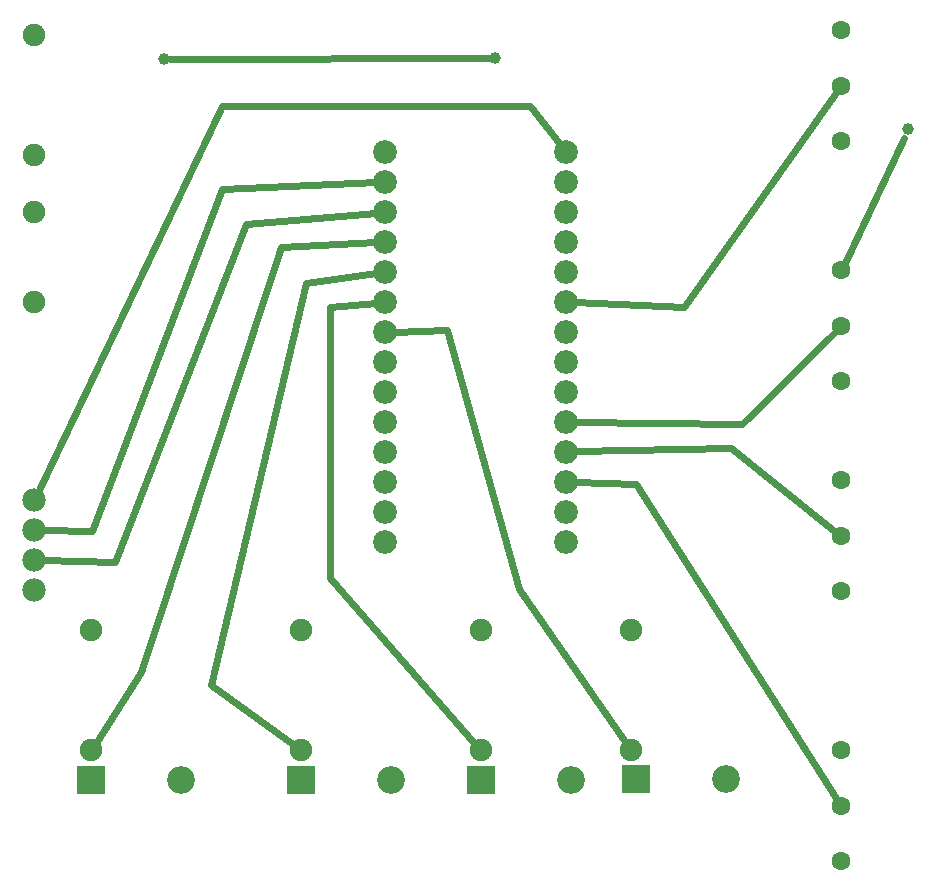
<source format=gbl>
G04 MADE WITH FRITZING*
G04 WWW.FRITZING.ORG*
G04 DOUBLE SIDED*
G04 HOLES PLATED*
G04 CONTOUR ON CENTER OF CONTOUR VECTOR*
%ASAXBY*%
%FSLAX23Y23*%
%MOIN*%
%OFA0B0*%
%SFA1.0B1.0*%
%ADD10C,0.078000*%
%ADD11C,0.079370*%
%ADD12C,0.039370*%
%ADD13C,0.092000*%
%ADD14C,0.075000*%
%ADD15C,0.063307*%
%ADD16R,0.092000X0.092000*%
%ADD17C,0.024000*%
%LNCOPPER0*%
G90*
G70*
G54D10*
X409Y1615D03*
X409Y1515D03*
X409Y1415D03*
X409Y1315D03*
G54D11*
X1580Y2775D03*
X1580Y2675D03*
X1580Y2575D03*
X1580Y2475D03*
X1580Y2375D03*
X1580Y2275D03*
X1580Y2175D03*
X1580Y2075D03*
X1580Y1975D03*
X1580Y1875D03*
X1580Y1775D03*
X1580Y1675D03*
X1580Y1575D03*
X1580Y1475D03*
X2181Y2776D03*
X2181Y2676D03*
X2181Y2576D03*
X2181Y2476D03*
X2181Y2376D03*
X2181Y2276D03*
X2181Y2176D03*
X2181Y2076D03*
X2181Y1976D03*
X2181Y1876D03*
X2181Y1776D03*
X2181Y1676D03*
X2181Y1576D03*
X2181Y1476D03*
G54D12*
X843Y3086D03*
X3322Y2851D03*
G54D13*
X1299Y681D03*
X1599Y681D03*
X599Y681D03*
X899Y681D03*
X1899Y681D03*
X2199Y681D03*
X2417Y685D03*
X2717Y685D03*
G54D14*
X409Y2575D03*
X409Y2275D03*
X409Y3166D03*
X409Y2766D03*
G54D15*
X3099Y781D03*
X3099Y595D03*
X3100Y411D03*
X3099Y1681D03*
X3099Y1495D03*
X3100Y1311D03*
X3099Y3181D03*
X3099Y2995D03*
X3100Y2811D03*
X3099Y2381D03*
X3099Y2195D03*
X3100Y2011D03*
G54D14*
X2399Y781D03*
X2399Y1181D03*
X1899Y781D03*
X1899Y1181D03*
X1299Y781D03*
X1299Y1181D03*
X599Y781D03*
X599Y1181D03*
G54D12*
X843Y3086D03*
X1946Y3089D03*
G54D16*
X1299Y681D03*
X599Y681D03*
X1899Y681D03*
X2417Y685D03*
G54D17*
X1395Y1354D02*
X1880Y803D01*
D02*
X1395Y2259D02*
X1395Y1354D01*
D02*
X1549Y2273D02*
X1395Y2259D01*
D02*
X1785Y2181D02*
X1610Y2176D01*
D02*
X2025Y1317D02*
X1785Y2181D01*
D02*
X2383Y805D02*
X2025Y1317D01*
D02*
X1234Y2457D02*
X1549Y2474D01*
D02*
X765Y1042D02*
X1234Y2457D01*
D02*
X615Y806D02*
X765Y1042D01*
D02*
X1317Y2338D02*
X1549Y2371D01*
D02*
X999Y1000D02*
X1317Y2338D01*
D02*
X1276Y798D02*
X999Y1000D01*
D02*
X2417Y1669D02*
X2212Y1675D01*
D02*
X3082Y623D02*
X2417Y1669D01*
D02*
X2733Y1788D02*
X3074Y1516D01*
D02*
X2212Y1777D02*
X2733Y1788D01*
D02*
X2770Y1869D02*
X3076Y2172D01*
D02*
X2212Y1876D02*
X2770Y1869D01*
D02*
X2575Y2258D02*
X3080Y2968D01*
D02*
X2212Y2275D02*
X2575Y2258D01*
D02*
X604Y1512D02*
X439Y1515D01*
D02*
X1037Y2653D02*
X604Y1512D01*
D02*
X1549Y2674D02*
X1037Y2653D01*
D02*
X2064Y2930D02*
X2162Y2801D01*
D02*
X1037Y2930D02*
X2064Y2930D01*
D02*
X422Y1642D02*
X1037Y2930D01*
D02*
X1117Y2535D02*
X1549Y2572D01*
D02*
X680Y1410D02*
X1117Y2535D01*
D02*
X439Y1415D02*
X680Y1410D01*
D02*
X862Y3086D02*
X1927Y3089D01*
D02*
X3308Y2822D02*
X3108Y2399D01*
G04 End of Copper0*
M02*
</source>
